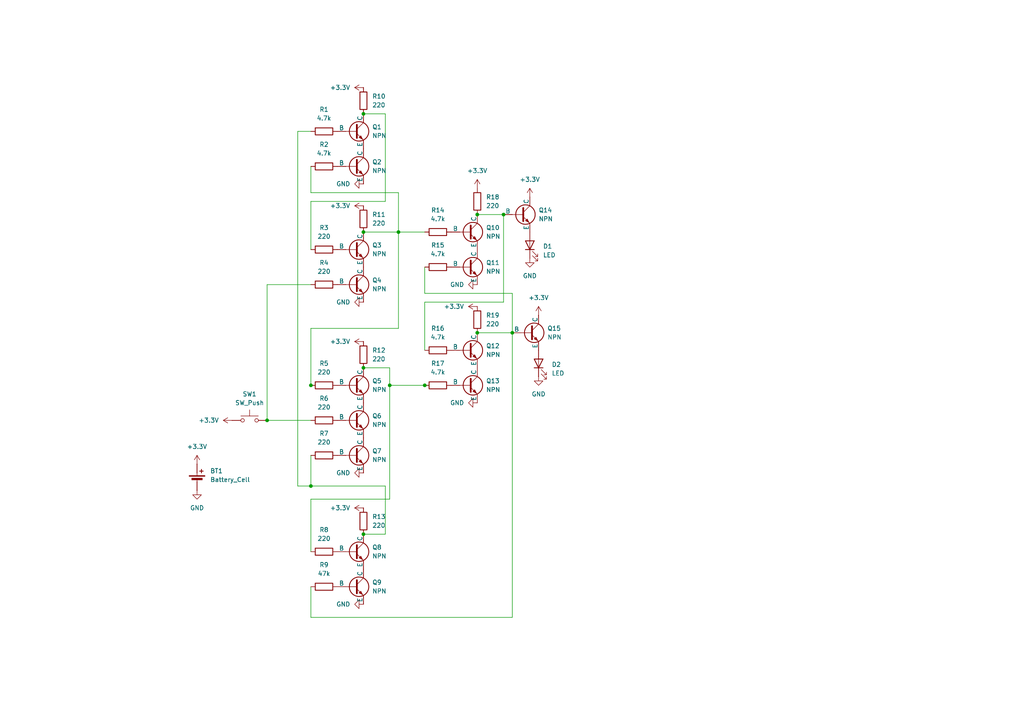
<source format=kicad_sch>
(kicad_sch (version 20250114) (generator "eeschema") (generator_version "9.0")
  (paper "A4")
  (lib_symbols
    (symbol "Device:Battery_Cell" (pin_numbers (hide yes)) (pin_names (offset 0) (hide yes))
      (property "Reference" "BT" (at 2.54 2.54 0))
      (property "Value" "Battery_Cell" (at 2.54 0 0))
      (symbol "Battery_Cell_0_1"
        (rectangle (start -2.286 1.778) (end 2.286 1.524) (fill (type outline)))
        (rectangle (start -1.524 1.016) (end 1.524 0.508) (fill (type outline)))
        (polyline (pts (xy 0 1.778) (xy 0 2.54)))
        (polyline (pts (xy 0 0.762) (xy 0 0)))
        (polyline (pts (xy 0.762 3.048) (xy 1.778 3.048)) (stroke (width 0.254)))
        (polyline (pts (xy 1.27 3.556) (xy 1.27 2.54)) (stroke (width 0.254)))
      )
      (symbol "Battery_Cell_1_1"
        (pin passive line (at 0 5.08 270) (length 2.54) (name "+") (number "1"))
        (pin passive line (at 0 -2.54 90) (length 2.54) (name "-") (number "2"))
      )
    )
    (symbol "Device:LED" (pin_numbers (hide yes)) (pin_names (offset 1.016) (hide yes))
      (property "Reference" "D" (at 0 2.54 0))
      (property "Value" "LED" (at 0 -2.54 0))
      (symbol "LED_0_1"
        (polyline (pts (xy -3.048 -0.762) (xy -4.572 -2.286) (xy -3.81 -2.286) (xy -4.572 -2.286) (xy -4.572 -1.524)))
        (polyline (pts (xy -1.778 -0.762) (xy -3.302 -2.286) (xy -2.54 -2.286) (xy -3.302 -2.286) (xy -3.302 -1.524)))
        (polyline (pts (xy -1.27 0) (xy 1.27 0)))
        (polyline (pts (xy -1.27 -1.27) (xy -1.27 1.27)) (stroke (width 0.254)))
        (polyline (pts (xy 1.27 -1.27) (xy 1.27 1.27) (xy -1.27 0) (xy 1.27 -1.27)) (stroke (width 0.254)))
      )
      (symbol "LED_1_1"
        (pin passive line (at -3.81 0 0) (length 2.54) (name "K") (number "1"))
        (pin passive line (at 3.81 0 180) (length 2.54) (name "A") (number "2"))
      )
    )
    (symbol "Device:R" (pin_numbers (hide yes)) (pin_names (offset 0))
      (property "Reference" "R" (at 2.032 0 90))
      (property "Value" "R" (at 0 0 90))
      (symbol "R_0_1"
        (rectangle (start -1.016 -2.54) (end 1.016 2.54) (stroke (width 0.254)))
      )
      (symbol "R_1_1"
        (pin passive line (at 0 3.81 270) (length 1.27) (name "~") (number "1"))
        (pin passive line (at 0 -3.81 90) (length 1.27) (name "~") (number "2"))
      )
    )
    (symbol "Simulation_SPICE:NPN" (pin_numbers (hide yes)) (pin_names (offset 0))
      (property "Reference" "Q" (at -2.54 7.62 0))
      (property "Value" "NPN" (at -2.54 5.08 0))
      (symbol "NPN_0_1"
        (polyline (pts (xy -2.54 0) (xy 0.635 0)) (stroke (width 0.1524)))
        (polyline (pts (xy 0.635 1.905) (xy 0.635 -1.905) (xy 0.635 -1.905)) (stroke (width 0.508)))
        (polyline (pts (xy 0.635 0.635) (xy 2.54 2.54)))
        (polyline (pts (xy 0.635 -0.635) (xy 2.54 -2.54) (xy 2.54 -2.54)))
        (circle (center 1.27 0) (radius 2.8194) (stroke (width 0.254)))
        (polyline (pts (xy 1.27 -1.778) (xy 1.778 -1.27) (xy 2.286 -2.286) (xy 1.27 -1.778) (xy 1.27 -1.778)) (fill (type outline)))
        (polyline (pts (xy 2.794 -1.27) (xy 2.794 -1.27)) (stroke (width 0.1524)))
        (polyline (pts (xy 2.794 -1.27) (xy 2.794 -1.27)) (stroke (width 0.1524)))
      )
      (symbol "NPN_1_1"
        (pin input line (at -5.08 0 0) (length 2.54) (name "B") (number "2"))
        (pin open_collector line (at 2.54 5.08 270) (length 2.54) (name "C") (number "1"))
        (pin open_emitter line (at 2.54 -5.08 90) (length 2.54) (name "E") (number "3"))
      )
    )
    (symbol "Switch:SW_Push" (pin_numbers (hide yes)) (pin_names (offset 1.016) (hide yes))
      (property "Reference" "SW" (at 1.27 2.54 0))
      (property "Value" "SW_Push" (at 0 -1.524 0))
      (symbol "SW_Push_0_1"
        (circle (center -2.032 0) (radius 0.508))
        (polyline (pts (xy 0 1.27) (xy 0 3.048)))
        (circle (center 2.032 0) (radius 0.508))
        (polyline (pts (xy 2.54 1.27) (xy -2.54 1.27)))
        (pin passive line (at -5.08 0 0) (length 2.54) (name "1") (number "1"))
        (pin passive line (at 5.08 0 180) (length 2.54) (name "2") (number "2"))
      )
    )
    (symbol "power:+3.3V" (power) (pin_numbers (hide yes)) (pin_names (offset 0) (hide yes))
      (property "Value" "+3.3V" (at 0 3.556 0))
      (symbol "+3.3V_0_1"
        (polyline (pts (xy -0.762 1.27) (xy 0 2.54)))
        (polyline (pts (xy 0 2.54) (xy 0.762 1.27)))
        (polyline (pts (xy 0 0) (xy 0 2.54)))
      )
      (symbol "+3.3V_1_1"
        (pin power_in line (at 0 0 90) (length 0) (name "~") (number "1"))
      )
    )
    (symbol "power:GND" (power) (pin_numbers (hide yes)) (pin_names (offset 0) (hide yes))
      (property "Value" "GND" (at 0 -3.81 0))
      (symbol "GND_0_1"
        (polyline (pts (xy 0 0) (xy 0 -1.27) (xy 1.27 -1.27) (xy 0 -2.54) (xy -1.27 -1.27) (xy 0 -1.27)))
      )
      (symbol "GND_1_1"
        (pin power_in line (at 0 0 270) (length 0) (name "~") (number "1"))
      )
    )
  )
  (junction (at 138.43 96.52))
  (junction (at 115.57 67.31))
  (junction (at 105.41 106.68))
  (junction (at 77.47 121.92))
  (junction (at 123.19 111.76))
  (junction (at 105.41 154.94))
  (junction (at 90.17 111.76))
  (junction (at 138.43 62.23))
  (junction (at 148.59 96.52))
  (junction (at 146.05 62.23))
  (junction (at 105.41 33.02))
  (junction (at 105.41 67.31))
  (junction (at 113.03 111.76))
  (junction (at 90.17 140.97))
  (wire (pts (xy 90.17 111.76) (xy 91.44 111.76)))
  (wire (pts (xy 90.17 170.18) (xy 90.17 179.07)))
  (wire (pts (xy 105.41 67.31) (xy 115.57 67.31)))
  (wire (pts (xy 113.03 144.78) (xy 90.17 144.78)))
  (wire (pts (xy 113.03 111.76) (xy 123.19 111.76)))
  (wire (pts (xy 111.76 140.97) (xy 90.17 140.97)))
  (wire (pts (xy 90.17 95.25) (xy 115.57 95.25)))
  (wire (pts (xy 90.17 144.78) (xy 90.17 160.02)))
  (wire (pts (xy 113.03 106.68) (xy 113.03 111.76)))
  (wire (pts (xy 148.59 85.09) (xy 148.59 96.52)))
  (wire (pts (xy 86.36 38.1) (xy 86.36 140.97)))
  (wire (pts (xy 123.19 85.09) (xy 148.59 85.09)))
  (wire (pts (xy 105.41 33.02) (xy 111.76 33.02)))
  (wire (pts (xy 90.17 140.97) (xy 90.17 132.08)))
  (wire (pts (xy 77.47 82.55) (xy 77.47 121.92)))
  (wire (pts (xy 90.17 38.1) (xy 86.36 38.1)))
  (wire (pts (xy 123.19 77.47) (xy 123.19 85.09)))
  (wire (pts (xy 105.41 154.94) (xy 111.76 154.94)))
  (wire (pts (xy 123.19 87.63) (xy 146.05 87.63)))
  (wire (pts (xy 77.47 121.92) (xy 90.17 121.92)))
  (wire (pts (xy 123.19 111.76) (xy 124.46 111.76)))
  (wire (pts (xy 111.76 154.94) (xy 111.76 140.97)))
  (wire (pts (xy 90.17 111.76) (xy 90.17 95.25)))
  (wire (pts (xy 111.76 58.42) (xy 111.76 33.02)))
  (wire (pts (xy 115.57 67.31) (xy 123.19 67.31)))
  (wire (pts (xy 90.17 58.42) (xy 111.76 58.42)))
  (wire (pts (xy 148.59 179.07) (xy 148.59 96.52)))
  (wire (pts (xy 90.17 82.55) (xy 77.47 82.55)))
  (wire (pts (xy 115.57 55.88) (xy 115.57 67.31)))
  (wire (pts (xy 90.17 72.39) (xy 90.17 58.42)))
  (wire (pts (xy 90.17 55.88) (xy 115.57 55.88)))
  (wire (pts (xy 115.57 95.25) (xy 115.57 67.31)))
  (wire (pts (xy 86.36 140.97) (xy 90.17 140.97)))
  (wire (pts (xy 105.41 106.68) (xy 113.03 106.68)))
  (wire (pts (xy 90.17 48.26) (xy 90.17 55.88)))
  (wire (pts (xy 123.19 101.6) (xy 123.19 87.63)))
  (wire (pts (xy 113.03 111.76) (xy 113.03 144.78)))
  (wire (pts (xy 90.17 179.07) (xy 148.59 179.07)))
  (wire (pts (xy 146.05 87.63) (xy 146.05 62.23)))
  (wire (pts (xy 146.05 62.23) (xy 138.43 62.23)))
  (wire (pts (xy 148.59 96.52) (xy 138.43 96.52)))
  (symbol (lib_id "Device:R") (at 93.98 82.55 90) (unit 1)
    (property "Reference" "R4" (at 93.98 76.2 90))
    (property "Value" "220" (at 93.98 78.74 90))
    (property "Footprint" "Resistor_THT:R_Axial_DIN0207_L6.3mm_D2.5mm_P7.62mm_Horizontal" (effects (hide yes)))
    (property "Description" "Resistor" (effects (hide yes)))
  )
  (symbol (lib_id "Simulation_SPICE:NPN") (at 102.87 82.55 0) (unit 1)
    (property "Reference" "Q4" (at 107.95 81.2799 0) (effects (justify left)))
    (property "Value" "NPN" (at 107.95 83.8199 0) (effects (justify left)))
    (property "Footprint" "Package_TO_SOT_THT:TO-92L_HandSolder" (effects (hide yes)))
    (property "Datasheet" "https://ngspice.sourceforge.io/docs/ngspice-html-manual/manual.xhtml#cha_BJTs" (effects (hide yes)))
    (property "Description" "Bipolar transistor symbol for simulation only, substrate tied to the emitter" (effects (hide yes)))
    (property "Sim.Device" "NPN" (effects (hide yes)))
    (property "Sim.Type" "GUMMELPOON" (effects (hide yes)))
    (property "Sim.Pins" "1=C 2=B 3=E" (effects (hide yes)))
  )
  (symbol (lib_id "power:GND") (at 105.41 87.63 270) (unit 1)
    (property "Reference" "#PWR05" (effects (hide yes)))
    (property "Value" "GND" (at 101.6 87.6299 90) (effects (justify right)))
    (property "Description" "Power symbol creates a global label with name \"GND\" , ground" (effects (hide yes)))
  )
  (symbol (lib_id "Simulation_SPICE:NPN") (at 102.87 132.08 0) (unit 1)
    (property "Reference" "Q7" (at 107.95 130.8099 0) (effects (justify left)))
    (property "Value" "NPN" (at 107.95 133.3499 0) (effects (justify left)))
    (property "Footprint" "Package_TO_SOT_THT:TO-92L_HandSolder" (effects (hide yes)))
    (property "Datasheet" "https://ngspice.sourceforge.io/docs/ngspice-html-manual/manual.xhtml#cha_BJTs" (effects (hide yes)))
    (property "Description" "Bipolar transistor symbol for simulation only, substrate tied to the emitter" (effects (hide yes)))
    (property "Sim.Device" "NPN" (effects (hide yes)))
    (property "Sim.Type" "GUMMELPOON" (effects (hide yes)))
    (property "Sim.Pins" "1=C 2=B 3=E" (effects (hide yes)))
  )
  (symbol (lib_id "Simulation_SPICE:NPN") (at 135.89 101.6 0) (unit 1)
    (property "Reference" "Q12" (at 140.97 100.3299 0) (effects (justify left)))
    (property "Value" "NPN" (at 140.97 102.8699 0) (effects (justify left)))
    (property "Footprint" "Package_TO_SOT_THT:TO-92L_HandSolder" (effects (hide yes)))
    (property "Datasheet" "https://ngspice.sourceforge.io/docs/ngspice-html-manual/manual.xhtml#cha_BJTs" (effects (hide yes)))
    (property "Description" "Bipolar transistor symbol for simulation only, substrate tied to the emitter" (effects (hide yes)))
    (property "Sim.Device" "NPN" (effects (hide yes)))
    (property "Sim.Type" "GUMMELPOON" (effects (hide yes)))
    (property "Sim.Pins" "1=C 2=B 3=E" (effects (hide yes)))
  )
  (symbol (lib_id "Simulation_SPICE:NPN") (at 151.13 62.23 0) (unit 1)
    (property "Reference" "Q14" (at 156.21 60.9599 0) (effects (justify left)))
    (property "Value" "NPN" (at 156.21 63.4999 0) (effects (justify left)))
    (property "Footprint" "Package_TO_SOT_THT:TO-92L_HandSolder" (effects (hide yes)))
    (property "Datasheet" "https://ngspice.sourceforge.io/docs/ngspice-html-manual/manual.xhtml#cha_BJTs" (effects (hide yes)))
    (property "Description" "Bipolar transistor symbol for simulation only, substrate tied to the emitter" (effects (hide yes)))
    (property "Sim.Device" "NPN" (effects (hide yes)))
    (property "Sim.Type" "GUMMELPOON" (effects (hide yes)))
    (property "Sim.Pins" "1=C 2=B 3=E" (effects (hide yes)))
  )
  (symbol (lib_id "Device:R") (at 127 67.31 90) (unit 1)
    (property "Reference" "R14" (at 127 60.96 90))
    (property "Value" "4.7k" (at 127 63.5 90))
    (property "Footprint" "Resistor_THT:R_Axial_DIN0207_L6.3mm_D2.5mm_P7.62mm_Horizontal" (effects (hide yes)))
    (property "Description" "Resistor" (effects (hide yes)))
  )
  (symbol (lib_id "Device:R") (at 93.98 121.92 90) (unit 1)
    (property "Reference" "R6" (at 93.98 115.57 90))
    (property "Value" "220" (at 93.98 118.11 90))
    (property "Footprint" "Resistor_THT:R_Axial_DIN0207_L6.3mm_D2.5mm_P7.62mm_Horizontal" (effects (hide yes)))
    (property "Description" "Resistor" (effects (hide yes)))
  )
  (symbol (lib_id "power:+3.3V") (at 105.41 25.4 90) (unit 1)
    (property "Reference" "#PWR02" (effects (hide yes)))
    (property "Value" "+3.3V" (at 101.6 25.3999 90) (effects (justify left)))
    (property "Description" "Power symbol creates a global label with name \"+3.3V\"" (effects (hide yes)))
  )
  (symbol (lib_id "Device:R") (at 138.43 58.42 0) (unit 1)
    (property "Reference" "R18" (at 140.97 57.1499 0) (effects (justify left)))
    (property "Value" "220" (at 140.97 59.6899 0) (effects (justify left)))
    (property "Footprint" "Resistor_THT:R_Axial_DIN0207_L6.3mm_D2.5mm_P7.62mm_Horizontal" (effects (hide yes)))
    (property "Description" "Resistor" (effects (hide yes)))
  )
  (symbol (lib_id "Simulation_SPICE:NPN") (at 102.87 72.39 0) (unit 1)
    (property "Reference" "Q3" (at 107.95 71.1199 0) (effects (justify left)))
    (property "Value" "NPN" (at 107.95 73.6599 0) (effects (justify left)))
    (property "Footprint" "Package_TO_SOT_THT:TO-92L_HandSolder" (effects (hide yes)))
    (property "Datasheet" "https://ngspice.sourceforge.io/docs/ngspice-html-manual/manual.xhtml#cha_BJTs" (effects (hide yes)))
    (property "Description" "Bipolar transistor symbol for simulation only, substrate tied to the emitter" (effects (hide yes)))
    (property "Sim.Device" "NPN" (effects (hide yes)))
    (property "Sim.Type" "GUMMELPOON" (effects (hide yes)))
    (property "Sim.Pins" "1=C 2=B 3=E" (effects (hide yes)))
  )
  (symbol (lib_id "Device:R") (at 127 77.47 90) (unit 1)
    (property "Reference" "R15" (at 127 71.12 90))
    (property "Value" "4.7k" (at 127 73.66 90))
    (property "Footprint" "Resistor_THT:R_Axial_DIN0207_L6.3mm_D2.5mm_P7.62mm_Horizontal" (effects (hide yes)))
    (property "Description" "Resistor" (effects (hide yes)))
  )
  (symbol (lib_id "power:GND") (at 57.15 142.24 0) (unit 1)
    (property "Reference" "#PWR019" (effects (hide yes)))
    (property "Value" "GND" (at 57.15 147.32 0))
    (property "Description" "Power symbol creates a global label with name \"GND\" , ground" (effects (hide yes)))
  )
  (symbol (lib_id "Simulation_SPICE:NPN") (at 102.87 170.18 0) (unit 1)
    (property "Reference" "Q9" (at 107.95 168.9099 0) (effects (justify left)))
    (property "Value" "NPN" (at 107.95 171.4499 0) (effects (justify left)))
    (property "Footprint" "Package_TO_SOT_THT:TO-92L_HandSolder" (effects (hide yes)))
    (property "Datasheet" "https://ngspice.sourceforge.io/docs/ngspice-html-manual/manual.xhtml#cha_BJTs" (effects (hide yes)))
    (property "Description" "Bipolar transistor symbol for simulation only, substrate tied to the emitter" (effects (hide yes)))
    (property "Sim.Device" "NPN" (effects (hide yes)))
    (property "Sim.Type" "GUMMELPOON" (effects (hide yes)))
    (property "Sim.Pins" "1=C 2=B 3=E" (effects (hide yes)))
  )
  (symbol (lib_id "Simulation_SPICE:NPN") (at 102.87 111.76 0) (unit 1)
    (property "Reference" "Q5" (at 107.95 110.4899 0) (effects (justify left)))
    (property "Value" "NPN" (at 107.95 113.0299 0) (effects (justify left)))
    (property "Footprint" "Package_TO_SOT_THT:TO-92L_HandSolder" (effects (hide yes)))
    (property "Datasheet" "https://ngspice.sourceforge.io/docs/ngspice-html-manual/manual.xhtml#cha_BJTs" (effects (hide yes)))
    (property "Description" "Bipolar transistor symbol for simulation only, substrate tied to the emitter" (effects (hide yes)))
    (property "Sim.Device" "NPN" (effects (hide yes)))
    (property "Sim.Type" "GUMMELPOON" (effects (hide yes)))
    (property "Sim.Pins" "1=C 2=B 3=E" (effects (hide yes)))
  )
  (symbol (lib_id "Simulation_SPICE:NPN") (at 135.89 77.47 0) (unit 1)
    (property "Reference" "Q11" (at 140.97 76.1999 0) (effects (justify left)))
    (property "Value" "NPN" (at 140.97 78.7399 0) (effects (justify left)))
    (property "Footprint" "Package_TO_SOT_THT:TO-92L_HandSolder" (effects (hide yes)))
    (property "Datasheet" "https://ngspice.sourceforge.io/docs/ngspice-html-manual/manual.xhtml#cha_BJTs" (effects (hide yes)))
    (property "Description" "Bipolar transistor symbol for simulation only, substrate tied to the emitter" (effects (hide yes)))
    (property "Sim.Device" "NPN" (effects (hide yes)))
    (property "Sim.Type" "GUMMELPOON" (effects (hide yes)))
    (property "Sim.Pins" "1=C 2=B 3=E" (effects (hide yes)))
  )
  (symbol (lib_id "power:GND") (at 138.43 116.84 270) (unit 1)
    (property "Reference" "#PWR013" (effects (hide yes)))
    (property "Value" "GND" (at 134.62 116.8399 90) (effects (justify right)))
    (property "Description" "Power symbol creates a global label with name \"GND\" , ground" (effects (hide yes)))
  )
  (symbol (lib_id "power:GND") (at 156.21 109.22 0) (unit 1)
    (property "Reference" "#PWR017" (effects (hide yes)))
    (property "Value" "GND" (at 156.21 114.3 0))
    (property "Description" "Power symbol creates a global label with name \"GND\" , ground" (effects (hide yes)))
  )
  (symbol (lib_id "Device:R") (at 93.98 48.26 90) (unit 1)
    (property "Reference" "R2" (at 93.98 41.91 90))
    (property "Value" "4.7k" (at 93.98 44.45 90))
    (property "Footprint" "Resistor_THT:R_Axial_DIN0207_L6.3mm_D2.5mm_P7.62mm_Horizontal" (effects (hide yes)))
    (property "Description" "Resistor" (effects (hide yes)))
  )
  (symbol (lib_id "Device:R") (at 105.41 29.21 180) (unit 1)
    (property "Reference" "R10" (at 107.95 27.9399 0) (effects (justify right)))
    (property "Value" "220" (at 107.95 30.4799 0) (effects (justify right)))
    (property "Footprint" "Resistor_THT:R_Axial_DIN0207_L6.3mm_D2.5mm_P7.62mm_Horizontal" (effects (hide yes)))
    (property "Description" "Resistor" (effects (hide yes)))
  )
  (symbol (lib_id "Device:R") (at 93.98 132.08 90) (unit 1)
    (property "Reference" "R7" (at 93.98 125.73 90))
    (property "Value" "220" (at 93.98 128.27 90))
    (property "Footprint" "Resistor_THT:R_Axial_DIN0207_L6.3mm_D2.5mm_P7.62mm_Horizontal" (effects (hide yes)))
    (property "Description" "Resistor" (effects (hide yes)))
  )
  (symbol (lib_id "Device:R") (at 127 111.76 90) (unit 1)
    (property "Reference" "R17" (at 127 105.41 90))
    (property "Value" "4.7k" (at 127 107.95 90))
    (property "Footprint" "Resistor_THT:R_Axial_DIN0207_L6.3mm_D2.5mm_P7.62mm_Horizontal" (effects (hide yes)))
    (property "Description" "Resistor" (effects (hide yes)))
  )
  (symbol (lib_id "power:+3.3V") (at 156.21 91.44 0) (unit 1)
    (property "Reference" "#PWR016" (effects (hide yes)))
    (property "Value" "+3.3V" (at 156.21 86.36 0))
    (property "Description" "Power symbol creates a global label with name \"+3.3V\"" (effects (hide yes)))
  )
  (symbol (lib_id "Simulation_SPICE:NPN") (at 102.87 121.92 0) (unit 1)
    (property "Reference" "Q6" (at 107.95 120.6499 0) (effects (justify left)))
    (property "Value" "NPN" (at 107.95 123.1899 0) (effects (justify left)))
    (property "Footprint" "Package_TO_SOT_THT:TO-92L_HandSolder" (effects (hide yes)))
    (property "Datasheet" "https://ngspice.sourceforge.io/docs/ngspice-html-manual/manual.xhtml#cha_BJTs" (effects (hide yes)))
    (property "Description" "Bipolar transistor symbol for simulation only, substrate tied to the emitter" (effects (hide yes)))
    (property "Sim.Device" "NPN" (effects (hide yes)))
    (property "Sim.Type" "GUMMELPOON" (effects (hide yes)))
    (property "Sim.Pins" "1=C 2=B 3=E" (effects (hide yes)))
  )
  (symbol (lib_id "Device:LED") (at 156.21 105.41 90) (unit 1)
    (property "Reference" "D2" (at 160.02 105.7274 90) (effects (justify right)))
    (property "Value" "LED" (at 160.02 108.2674 90) (effects (justify right)))
    (property "Footprint" "LED_THT:LED_D5.0mm" (effects (hide yes)))
    (property "Description" "Light emitting diode" (effects (hide yes)))
    (property "Sim.Pins" "1=K 2=A" (effects (hide yes)))
  )
  (symbol (lib_id "Simulation_SPICE:NPN") (at 102.87 160.02 0) (unit 1)
    (property "Reference" "Q8" (at 107.95 158.7499 0) (effects (justify left)))
    (property "Value" "NPN" (at 107.95 161.2899 0) (effects (justify left)))
    (property "Footprint" "Package_TO_SOT_THT:TO-92L_HandSolder" (effects (hide yes)))
    (property "Datasheet" "https://ngspice.sourceforge.io/docs/ngspice-html-manual/manual.xhtml#cha_BJTs" (effects (hide yes)))
    (property "Description" "Bipolar transistor symbol for simulation only, substrate tied to the emitter" (effects (hide yes)))
    (property "Sim.Device" "NPN" (effects (hide yes)))
    (property "Sim.Type" "GUMMELPOON" (effects (hide yes)))
    (property "Sim.Pins" "1=C 2=B 3=E" (effects (hide yes)))
  )
  (symbol (lib_id "power:GND") (at 105.41 175.26 270) (unit 1)
    (property "Reference" "#PWR09" (effects (hide yes)))
    (property "Value" "GND" (at 101.6 175.2599 90) (effects (justify right)))
    (property "Description" "Power symbol creates a global label with name \"GND\" , ground" (effects (hide yes)))
  )
  (symbol (lib_id "power:+3.3V") (at 105.41 59.69 90) (unit 1)
    (property "Reference" "#PWR04" (effects (hide yes)))
    (property "Value" "+3.3V" (at 101.6 59.6899 90) (effects (justify left)))
    (property "Description" "Power symbol creates a global label with name \"+3.3V\"" (effects (hide yes)))
  )
  (symbol (lib_id "power:GND") (at 105.41 53.34 270) (unit 1)
    (property "Reference" "#PWR03" (effects (hide yes)))
    (property "Value" "GND" (at 101.6 53.3399 90) (effects (justify right)))
    (property "Description" "Power symbol creates a global label with name \"GND\" , ground" (effects (hide yes)))
  )
  (symbol (lib_id "power:+3.3V") (at 67.31 121.92 90) (unit 1)
    (property "Reference" "#PWR01" (effects (hide yes)))
    (property "Value" "+3.3V" (at 63.5 121.9199 90) (effects (justify left)))
    (property "Description" "Power symbol creates a global label with name \"+3.3V\"" (effects (hide yes)))
  )
  (symbol (lib_id "power:+3.3V") (at 105.41 147.32 90) (unit 1)
    (property "Reference" "#PWR08" (effects (hide yes)))
    (property "Value" "+3.3V" (at 101.6 147.3199 90) (effects (justify left)))
    (property "Description" "Power symbol creates a global label with name \"+3.3V\"" (effects (hide yes)))
  )
  (symbol (lib_id "Device:Battery_Cell") (at 57.15 139.7 0) (unit 1)
    (property "Reference" "BT1" (at 60.96 136.5884 0) (effects (justify left)))
    (property "Value" "Battery_Cell" (at 60.96 139.1284 0) (effects (justify left)))
    (property "Footprint" "Battery:BatteryHolder_Keystone_3034_1x20mm" (effects (hide yes)))
    (property "Description" "Single-cell battery" (effects (hide yes)))
  )
  (symbol (lib_id "Simulation_SPICE:NPN") (at 135.89 67.31 0) (unit 1)
    (property "Reference" "Q10" (at 140.97 66.0399 0) (effects (justify left)))
    (property "Value" "NPN" (at 140.97 68.5799 0) (effects (justify left)))
    (property "Footprint" "Package_TO_SOT_THT:TO-92L_HandSolder" (effects (hide yes)))
    (property "Datasheet" "https://ngspice.sourceforge.io/docs/ngspice-html-manual/manual.xhtml#cha_BJTs" (effects (hide yes)))
    (property "Description" "Bipolar transistor symbol for simulation only, substrate tied to the emitter" (effects (hide yes)))
    (property "Sim.Device" "NPN" (effects (hide yes)))
    (property "Sim.Type" "GUMMELPOON" (effects (hide yes)))
    (property "Sim.Pins" "1=C 2=B 3=E" (effects (hide yes)))
  )
  (symbol (lib_id "Device:R") (at 138.43 92.71 180) (unit 1)
    (property "Reference" "R19" (at 140.97 91.4399 0) (effects (justify right)))
    (property "Value" "220" (at 140.97 93.9799 0) (effects (justify right)))
    (property "Footprint" "Resistor_THT:R_Axial_DIN0207_L6.3mm_D2.5mm_P7.62mm_Horizontal" (effects (hide yes)))
    (property "Description" "Resistor" (effects (hide yes)))
  )
  (symbol (lib_id "Device:R") (at 105.41 151.13 180) (unit 1)
    (property "Reference" "R13" (at 107.95 149.8599 0) (effects (justify right)))
    (property "Value" "220" (at 107.95 152.3999 0) (effects (justify right)))
    (property "Footprint" "Resistor_THT:R_Axial_DIN0207_L6.3mm_D2.5mm_P7.62mm_Horizontal" (effects (hide yes)))
    (property "Description" "Resistor" (effects (hide yes)))
  )
  (symbol (lib_id "power:+3.3V") (at 153.67 57.15 0) (unit 1)
    (property "Reference" "#PWR014" (effects (hide yes)))
    (property "Value" "+3.3V" (at 153.67 52.07 0))
    (property "Description" "Power symbol creates a global label with name \"+3.3V\"" (effects (hide yes)))
  )
  (symbol (lib_id "Switch:SW_Push") (at 72.39 121.92 0) (unit 1)
    (property "Reference" "SW1" (at 72.39 114.3 0))
    (property "Value" "SW_Push" (at 72.39 116.84 0))
    (property "Footprint" "Button_Switch_THT:SW_PUSH_6mm" (effects (hide yes)))
    (property "Description" "Push button switch, generic, two pins" (effects (hide yes)))
  )
  (symbol (lib_id "Device:R") (at 93.98 160.02 90) (unit 1)
    (property "Reference" "R8" (at 93.98 153.67 90))
    (property "Value" "220" (at 93.98 156.21 90))
    (property "Footprint" "Resistor_THT:R_Axial_DIN0207_L6.3mm_D2.5mm_P7.62mm_Horizontal" (effects (hide yes)))
    (property "Description" "Resistor" (effects (hide yes)))
  )
  (symbol (lib_id "Device:R") (at 93.98 38.1 90) (unit 1)
    (property "Reference" "R1" (at 93.98 31.75 90))
    (property "Value" "4.7k" (at 93.98 34.29 90))
    (property "Footprint" "Resistor_THT:R_Axial_DIN0207_L6.3mm_D2.5mm_P7.62mm_Horizontal" (effects (hide yes)))
    (property "Description" "Resistor" (effects (hide yes)))
  )
  (symbol (lib_id "Device:R") (at 93.98 111.76 90) (unit 1)
    (property "Reference" "R5" (at 93.98 105.41 90))
    (property "Value" "220" (at 93.98 107.95 90))
    (property "Footprint" "Resistor_THT:R_Axial_DIN0207_L6.3mm_D2.5mm_P7.62mm_Horizontal" (effects (hide yes)))
    (property "Description" "Resistor" (effects (hide yes)))
  )
  (symbol (lib_id "power:+3.3V") (at 138.43 54.61 0) (unit 1)
    (property "Reference" "#PWR010" (effects (hide yes)))
    (property "Value" "+3.3V" (at 138.43 49.53 0))
    (property "Description" "Power symbol creates a global label with name \"+3.3V\"" (effects (hide yes)))
  )
  (symbol (lib_id "Device:R") (at 105.41 63.5 180) (unit 1)
    (property "Reference" "R11" (at 107.95 62.2299 0) (effects (justify right)))
    (property "Value" "220" (at 107.95 64.7699 0) (effects (justify right)))
    (property "Footprint" "Resistor_THT:R_Axial_DIN0207_L6.3mm_D2.5mm_P7.62mm_Horizontal" (effects (hide yes)))
    (property "Description" "Resistor" (effects (hide yes)))
  )
  (symbol (lib_id "Device:LED") (at 153.67 71.12 90) (unit 1)
    (property "Reference" "D1" (at 157.48 71.4374 90) (effects (justify right)))
    (property "Value" "LED" (at 157.48 73.9774 90) (effects (justify right)))
    (property "Footprint" "LED_THT:LED_D5.0mm" (effects (hide yes)))
    (property "Description" "Light emitting diode" (effects (hide yes)))
    (property "Sim.Pins" "1=K 2=A" (effects (hide yes)))
  )
  (symbol (lib_id "Simulation_SPICE:NPN") (at 135.89 111.76 0) (unit 1)
    (property "Reference" "Q13" (at 140.97 110.4899 0) (effects (justify left)))
    (property "Value" "NPN" (at 140.97 113.0299 0) (effects (justify left)))
    (property "Footprint" "Package_TO_SOT_THT:TO-92L_HandSolder" (effects (hide yes)))
    (property "Datasheet" "https://ngspice.sourceforge.io/docs/ngspice-html-manual/manual.xhtml#cha_BJTs" (effects (hide yes)))
    (property "Description" "Bipolar transistor symbol for simulation only, substrate tied to the emitter" (effects (hide yes)))
    (property "Sim.Device" "NPN" (effects (hide yes)))
    (property "Sim.Type" "GUMMELPOON" (effects (hide yes)))
    (property "Sim.Pins" "1=C 2=B 3=E" (effects (hide yes)))
  )
  (symbol (lib_id "Simulation_SPICE:NPN") (at 102.87 48.26 0) (unit 1)
    (property "Reference" "Q2" (at 107.95 46.9899 0) (effects (justify left)))
    (property "Value" "NPN" (at 107.95 49.5299 0) (effects (justify left)))
    (property "Footprint" "Package_TO_SOT_THT:TO-92L_HandSolder" (effects (hide yes)))
    (property "Datasheet" "https://ngspice.sourceforge.io/docs/ngspice-html-manual/manual.xhtml#cha_BJTs" (effects (hide yes)))
    (property "Description" "Bipolar transistor symbol for simulation only, substrate tied to the emitter" (effects (hide yes)))
    (property "Sim.Device" "NPN" (effects (hide yes)))
    (property "Sim.Type" "GUMMELPOON" (effects (hide yes)))
    (property "Sim.Pins" "1=C 2=B 3=E" (effects (hide yes)))
  )
  (symbol (lib_id "Device:R") (at 105.41 102.87 180) (unit 1)
    (property "Reference" "R12" (at 107.95 101.5999 0) (effects (justify right)))
    (property "Value" "220" (at 107.95 104.1399 0) (effects (justify right)))
    (property "Footprint" "Resistor_THT:R_Axial_DIN0207_L6.3mm_D2.5mm_P7.62mm_Horizontal" (effects (hide yes)))
    (property "Description" "Resistor" (effects (hide yes)))
  )
  (symbol (lib_id "Simulation_SPICE:NPN") (at 153.67 96.52 0) (unit 1)
    (property "Reference" "Q15" (at 158.75 95.2499 0) (effects (justify left)))
    (property "Value" "NPN" (at 158.75 97.7899 0) (effects (justify left)))
    (property "Footprint" "Package_TO_SOT_THT:TO-92L_HandSolder" (effects (hide yes)))
    (property "Datasheet" "https://ngspice.sourceforge.io/docs/ngspice-html-manual/manual.xhtml#cha_BJTs" (effects (hide yes)))
    (property "Description" "Bipolar transistor symbol for simulation only, substrate tied to the emitter" (effects (hide yes)))
    (property "Sim.Device" "NPN" (effects (hide yes)))
    (property "Sim.Type" "GUMMELPOON" (effects (hide yes)))
    (property "Sim.Pins" "1=C 2=B 3=E" (effects (hide yes)))
  )
  (symbol (lib_id "Device:R") (at 93.98 72.39 90) (unit 1)
    (property "Reference" "R3" (at 93.98 66.04 90))
    (property "Value" "220" (at 93.98 68.58 90))
    (property "Footprint" "Resistor_THT:R_Axial_DIN0207_L6.3mm_D2.5mm_P7.62mm_Horizontal" (effects (hide yes)))
    (property "Description" "Resistor" (effects (hide yes)))
  )
  (symbol (lib_id "power:GND") (at 153.67 74.93 0) (unit 1)
    (property "Reference" "#PWR015" (effects (hide yes)))
    (property "Value" "GND" (at 153.67 80.01 0))
    (property "Description" "Power symbol creates a global label with name \"GND\" , ground" (effects (hide yes)))
  )
  (symbol (lib_id "power:GND") (at 105.41 137.16 270) (unit 1)
    (property "Reference" "#PWR07" (effects (hide yes)))
    (property "Value" "GND" (at 101.6 137.1599 90) (effects (justify right)))
    (property "Description" "Power symbol creates a global label with name \"GND\" , ground" (effects (hide yes)))
  )
  (symbol (lib_id "power:+3.3V") (at 138.43 88.9 90) (unit 1)
    (property "Reference" "#PWR012" (effects (hide yes)))
    (property "Value" "+3.3V" (at 134.62 88.8999 90) (effects (justify left)))
    (property "Description" "Power symbol creates a global label with name \"+3.3V\"" (effects (hide yes)))
  )
  (symbol (lib_id "power:GND") (at 138.43 82.55 270) (unit 1)
    (property "Reference" "#PWR011" (effects (hide yes)))
    (property "Value" "GND" (at 134.62 82.5499 90) (effects (justify right)))
    (property "Description" "Power symbol creates a global label with name \"GND\" , ground" (effects (hide yes)))
  )
  (symbol (lib_id "Device:R") (at 127 101.6 90) (unit 1)
    (property "Reference" "R16" (at 127 95.25 90))
    (property "Value" "4.7k" (at 127 97.79 90))
    (property "Footprint" "Resistor_THT:R_Axial_DIN0207_L6.3mm_D2.5mm_P7.62mm_Horizontal" (effects (hide yes)))
    (property "Description" "Resistor" (effects (hide yes)))
  )
  (symbol (lib_id "power:+3.3V") (at 57.15 134.62 0) (unit 1)
    (property "Reference" "#PWR018" (effects (hide yes)))
    (property "Value" "+3.3V" (at 57.15 129.54 0))
    (property "Description" "Power symbol creates a global label with name \"+3.3V\"" (effects (hide yes)))
  )
  (symbol (lib_id "Simulation_SPICE:NPN") (at 102.87 38.1 0) (unit 1)
    (property "Reference" "Q1" (at 107.95 36.8299 0) (effects (justify left)))
    (property "Value" "NPN" (at 107.95 39.3699 0) (effects (justify left)))
    (property "Footprint" "Package_TO_SOT_THT:TO-92L_HandSolder" (effects (hide yes)))
    (property "Datasheet" "https://ngspice.sourceforge.io/docs/ngspice-html-manual/manual.xhtml#cha_BJTs" (effects (hide yes)))
    (property "Description" "Bipolar transistor symbol for simulation only, substrate tied to the emitter" (effects (hide yes)))
    (property "Sim.Device" "NPN" (effects (hide yes)))
    (property "Sim.Type" "GUMMELPOON" (effects (hide yes)))
    (property "Sim.Pins" "1=C 2=B 3=E" (effects (hide yes)))
  )
  (symbol (lib_id "power:+3.3V") (at 105.41 99.06 90) (unit 1)
    (property "Reference" "#PWR06" (effects (hide yes)))
    (property "Value" "+3.3V" (at 101.6 99.0599 90) (effects (justify left)))
    (property "Description" "Power symbol creates a global label with name \"+3.3V\"" (effects (hide yes)))
  )
  (symbol (lib_id "Device:R") (at 93.98 170.18 90) (unit 1)
    (property "Reference" "R9" (at 93.98 163.83 90))
    (property "Value" "47k" (at 93.98 166.37 90))
    (property "Footprint" "Resistor_THT:R_Axial_DIN0207_L6.3mm_D2.5mm_P7.62mm_Horizontal" (effects (hide yes)))
    (property "Description" "Resistor" (effects (hide yes)))
  )
)
</source>
